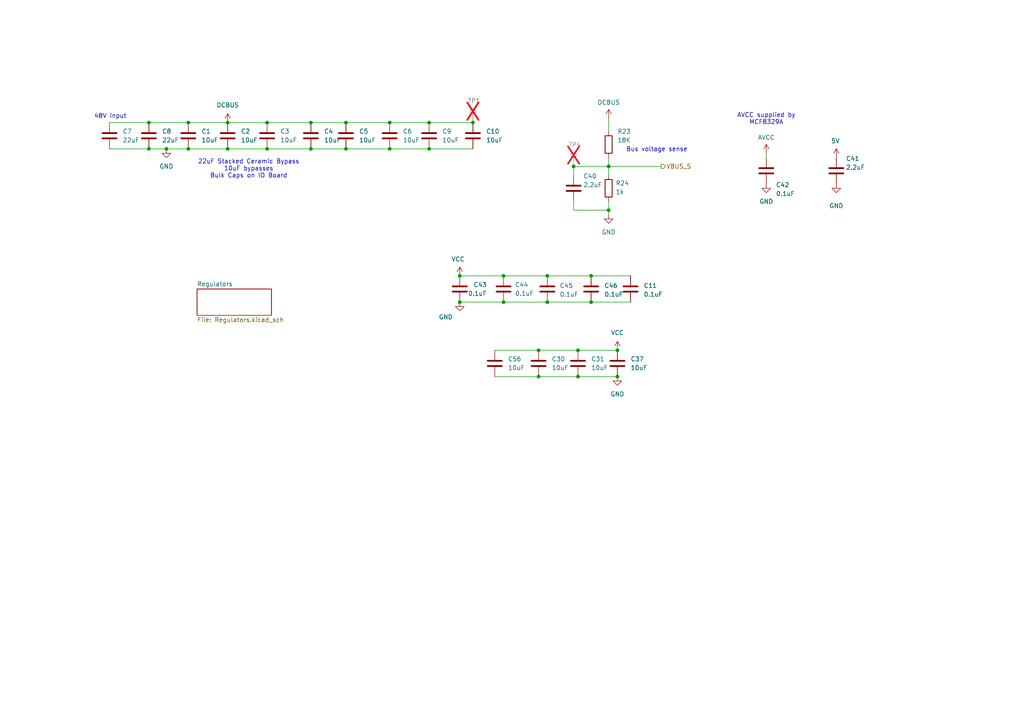
<source format=kicad_sch>
(kicad_sch (version 20231120) (generator "eeschema") (generator_version "8.0")
  (paper "A4")
  (lib_symbols
    (symbol "Connector:TestPoint" (pin_numbers hide) (pin_names (offset 0.762) hide)
      (property "Reference" "TP" (at 0 6.858 0))
      (property "Value" "TestPoint" (at 0 5.08 0))
      (symbol "TestPoint_0_1"
        (circle (center 0 3.302) (radius 0.762))
      )
      (symbol "TestPoint_1_1"
        (pin passive line (at 0 0 90) (length 2.54) (name "1") (number "1"))
      )
    )
    (symbol "Device:C" (pin_numbers hide) (pin_names (offset 0.254))
      (property "Reference" "C" (at 0.635 2.54 0))
      (property "Value" "C" (at 0.635 -2.54 0))
      (symbol "C_0_1"
        (polyline (pts (xy -2.032 -0.762) (xy 2.032 -0.762)) (stroke (width 0.508)))
        (polyline (pts (xy -2.032 0.762) (xy 2.032 0.762)) (stroke (width 0.508)))
      )
      (symbol "C_1_1"
        (pin passive line (at 0 3.81 270) (length 2.794) (name "~") (number "1"))
        (pin passive line (at 0 -3.81 90) (length 2.794) (name "~") (number "2"))
      )
    )
    (symbol "Device:R" (pin_numbers hide) (pin_names (offset 0))
      (property "Reference" "R" (at 2.032 0 90))
      (property "Value" "R" (at 0 0 90))
      (symbol "R_0_1"
        (rectangle (start -1.016 -2.54) (end 1.016 2.54) (stroke (width 0.254)))
      )
      (symbol "R_1_1"
        (pin passive line (at 0 3.81 270) (length 1.27) (name "~") (number "1"))
        (pin passive line (at 0 -3.81 90) (length 1.27) (name "~") (number "2"))
      )
    )
    (symbol "power:+3.3V" (power) (pin_numbers hide) (pin_names (offset 0) hide)
      (property "Value" "+3.3V" (at 0 3.556 0))
      (symbol "+3.3V_0_1"
        (polyline (pts (xy -0.762 1.27) (xy 0 2.54)))
        (polyline (pts (xy 0 0) (xy 0 2.54)))
        (polyline (pts (xy 0 2.54) (xy 0.762 1.27)))
      )
      (symbol "+3.3V_1_1"
        (pin power_in line (at 0 0 90) (length 0) (name "~") (number "1"))
      )
    )
    (symbol "power:+48V" (power) (pin_numbers hide) (pin_names (offset 0) hide)
      (property "Value" "+48V" (at 0 3.556 0))
      (symbol "+48V_0_1"
        (polyline (pts (xy -0.762 1.27) (xy 0 2.54)))
        (polyline (pts (xy 0 0) (xy 0 2.54)))
        (polyline (pts (xy 0 2.54) (xy 0.762 1.27)))
      )
      (symbol "+48V_1_1"
        (pin power_in line (at 0 0 90) (length 0) (name "~") (number "1"))
      )
    )
    (symbol "power:+5V" (power) (pin_numbers hide) (pin_names (offset 0) hide)
      (property "Value" "+5V" (at 0 3.556 0))
      (symbol "+5V_0_1"
        (polyline (pts (xy -0.762 1.27) (xy 0 2.54)))
        (polyline (pts (xy 0 0) (xy 0 2.54)))
        (polyline (pts (xy 0 2.54) (xy 0.762 1.27)))
      )
      (symbol "+5V_1_1"
        (pin power_in line (at 0 0 90) (length 0) (name "~") (number "1"))
      )
    )
    (symbol "power:GND" (power) (pin_numbers hide) (pin_names (offset 0) hide)
      (property "Value" "GND" (at 0 -3.81 0))
      (symbol "GND_0_1"
        (polyline (pts (xy 0 0) (xy 0 -1.27) (xy 1.27 -1.27) (xy 0 -2.54) (xy -1.27 -1.27) (xy 0 -1.27)))
      )
      (symbol "GND_1_1"
        (pin power_in line (at 0 0 270) (length 0) (name "~") (number "1"))
      )
    )
    (symbol "power:VCC" (power) (pin_numbers hide) (pin_names (offset 0) hide)
      (property "Value" "VCC" (at 0 3.556 0))
      (symbol "VCC_0_1"
        (polyline (pts (xy -0.762 1.27) (xy 0 2.54)))
        (polyline (pts (xy 0 0) (xy 0 2.54)))
        (polyline (pts (xy 0 2.54) (xy 0.762 1.27)))
      )
      (symbol "VCC_1_1"
        (pin power_in line (at 0 0 90) (length 0) (name "~") (number "1"))
      )
    )
  )
  (junction (at 158.75 87.63))
  (junction (at 176.53 60.96))
  (junction (at 146.05 80.01))
  (junction (at 158.75 80.01))
  (junction (at 43.18 35.56))
  (junction (at 66.04 43.18))
  (junction (at 133.35 87.63))
  (junction (at 166.37 48.26))
  (junction (at 133.35 80.01))
  (junction (at 54.61 35.56))
  (junction (at 100.33 35.56))
  (junction (at 90.17 35.56))
  (junction (at 156.21 109.22))
  (junction (at 146.05 87.63))
  (junction (at 137.16 35.56))
  (junction (at 167.64 101.6))
  (junction (at 156.21 101.6))
  (junction (at 43.18 43.18))
  (junction (at 179.07 101.6))
  (junction (at 176.53 48.26))
  (junction (at 124.46 43.18))
  (junction (at 100.33 43.18))
  (junction (at 48.26 43.18))
  (junction (at 171.45 87.63))
  (junction (at 77.47 43.18))
  (junction (at 113.03 35.56))
  (junction (at 179.07 109.22))
  (junction (at 54.61 43.18))
  (junction (at 66.04 35.56))
  (junction (at 90.17 43.18))
  (junction (at 124.46 35.56))
  (junction (at 113.03 43.18))
  (junction (at 77.47 35.56))
  (junction (at 167.64 109.22))
  (junction (at 171.45 80.01))
  (wire (pts (xy 90.17 43.18) (xy 100.33 43.18)))
  (wire (pts (xy 171.45 87.63) (xy 182.88 87.63)))
  (wire (pts (xy 176.53 48.26) (xy 176.53 50.8)))
  (wire (pts (xy 176.53 34.29) (xy 176.53 38.1)))
  (wire (pts (xy 167.64 101.6) (xy 179.07 101.6)))
  (wire (pts (xy 124.46 43.18) (xy 137.16 43.18)))
  (wire (pts (xy 77.47 35.56) (xy 90.17 35.56)))
  (wire (pts (xy 176.53 60.96) (xy 176.53 62.23)))
  (wire (pts (xy 167.64 109.22) (xy 179.07 109.22)))
  (wire (pts (xy 143.51 101.6) (xy 156.21 101.6)))
  (wire (pts (xy 124.46 35.56) (xy 137.16 35.56)))
  (wire (pts (xy 176.53 60.96) (xy 166.37 60.96)))
  (wire (pts (xy 31.75 35.56) (xy 43.18 35.56)))
  (wire (pts (xy 146.05 80.01) (xy 158.75 80.01)))
  (wire (pts (xy 100.33 35.56) (xy 113.03 35.56)))
  (wire (pts (xy 176.53 45.72) (xy 176.53 48.26)))
  (wire (pts (xy 43.18 43.18) (xy 48.26 43.18)))
  (wire (pts (xy 158.75 80.01) (xy 171.45 80.01)))
  (wire (pts (xy 100.33 43.18) (xy 113.03 43.18)))
  (wire (pts (xy 54.61 43.18) (xy 66.04 43.18)))
  (wire (pts (xy 48.26 43.18) (xy 54.61 43.18)))
  (wire (pts (xy 222.25 44.45) (xy 222.25 45.72)))
  (wire (pts (xy 66.04 43.18) (xy 77.47 43.18)))
  (wire (pts (xy 54.61 35.56) (xy 66.04 35.56)))
  (wire (pts (xy 156.21 109.22) (xy 167.64 109.22)))
  (wire (pts (xy 156.21 101.6) (xy 167.64 101.6)))
  (wire (pts (xy 113.03 43.18) (xy 124.46 43.18)))
  (wire (pts (xy 133.35 80.01) (xy 146.05 80.01)))
  (wire (pts (xy 77.47 43.18) (xy 90.17 43.18)))
  (wire (pts (xy 43.18 35.56) (xy 54.61 35.56)))
  (wire (pts (xy 166.37 48.26) (xy 176.53 48.26)))
  (wire (pts (xy 176.53 58.42) (xy 176.53 60.96)))
  (wire (pts (xy 166.37 50.8) (xy 166.37 48.26)))
  (wire (pts (xy 176.53 48.26) (xy 191.77 48.26)))
  (wire (pts (xy 143.51 109.22) (xy 156.21 109.22)))
  (wire (pts (xy 31.75 43.18) (xy 43.18 43.18)))
  (wire (pts (xy 90.17 35.56) (xy 100.33 35.56)))
  (wire (pts (xy 146.05 87.63) (xy 158.75 87.63)))
  (wire (pts (xy 171.45 80.01) (xy 182.88 80.01)))
  (wire (pts (xy 113.03 35.56) (xy 124.46 35.56)))
  (wire (pts (xy 166.37 60.96) (xy 166.37 58.42)))
  (wire (pts (xy 66.04 35.56) (xy 77.47 35.56)))
  (wire (pts (xy 158.75 87.63) (xy 171.45 87.63)))
  (wire (pts (xy 133.35 87.63) (xy 146.05 87.63)))
  (text "22uF Stacked Ceramic Bypass\n10uF bypasses\nBulk Caps on IO Board" (at 72.136 49.022 0) (effects (font (size 1.27 1.27))))
  (text "48V input" (at 32.004 33.782 0) (effects (font (size 1.27 1.27))))
  (text "Bus voltage sense" (at 190.5 43.434 0) (effects (font (size 1.27 1.27))))
  (text "AVCC supplied by\nMCF8329A" (at 222.25 34.544 0) (effects (font (size 1.27 1.27))))
  (hierarchical_label "VBUS_S" (shape output) (at 191.77 48.26 0))
  (symbol (lib_id "Device:C") (at 77.47 39.37 0) (unit 1)
    (property "Reference" "C3" (at 81.28 38.0999 0) (effects (justify left)))
    (property "Value" "10uF" (at 81.28 40.6399 0) (effects (justify left)))
    (property "Footprint" "Capacitor_SMD:C_2220_5750Metric" (effects (hide yes)))
    (property "Description" "Unpolarized capacitor" (effects (hide yes)))
    (property "LCSC Part #" "C153035" (effects (hide yes)))
    (property "LCSC Part #" " C153035" (effects (hide yes)))
  )
  (symbol (lib_id "Device:C") (at 222.25 49.53 0) (unit 1)
    (property "Reference" "C42" (at 225.044 54.356 0) (effects (justify left bottom)))
    (property "Value" "${CAPACITANCE}" (at 225.044 56.896 0) (effects (justify left bottom)))
    (property "Footprint" "Capacitor_SMD:C_0603_1608Metric" (effects (hide yes)))
    (property "Description" "CAP CER 0.1UF 50V X7R 0603" (effects (hide yes)))
    (property "SUPPLIER 1" "Digi-Key" (effects (hide yes)))
    (property "SUPPLIER PART NUMBER 1" "490-1519-2-ND" (effects (hide yes)))
    (property "MANUFACTURER" "Murata Electronics North America" (effects (hide yes)))
    (property "MANUFACTURER PART NUMBER" "GRM188R71H104KA93D" (effects (hide yes)))
    (property "ROHS" "RoHS Compliant" (effects (hide yes)))
    (property "CATEGORY" "Capacitors" (effects (hide yes)))
    (property "PRICING 1" "4000=0.01822, 8000=0.01663, 12000=0.01584 (USD)" (effects (hide yes)))
    (property "PACKAGING" "Tape & Reel (TR)" (effects (hide yes)))
    (property "CAPACITANCE" "0.1uF" (effects (hide yes)))
    (property "TOLERANCE" "±10%" (effects (hide yes)))
    (property "VOLTAGE - RATED" "50V" (effects (hide yes)))
    (property "TEMPERATURE COEFFICIENT" "X7R" (effects (hide yes)))
    (property "MOUNTING TYPE" "Surface Mount, MLCC" (effects (hide yes)))
    (property "OPERATING TEMPERATURE" "-55°C ~ 125°C" (effects (hide yes)))
    (property "APPLICATIONS" "General Purpose" (effects (hide yes)))
    (property "RATINGS" "-" (effects (hide yes)))
    (property "PACKAGE / CASE" "0603 (1608 Metric)" (effects (hide yes)))
    (property "SIZE / DIMENSION" "0.063\" L x 0.032\" W (1.60mm x 0.80mm)" (effects (hide yes)))
    (property "HEIGHT - SEATED (MAX)" "-" (effects (hide yes)))
    (property "THICKNESS (MAX)" "0.035\" (0.90mm)" (effects (hide yes)))
    (property "LEAD SPACING" "-" (effects (hide yes)))
    (property "FEATURES" "-" (effects (hide yes)))
    (property "LEAD STYLE" "-" (effects (hide yes)))
    (property "COMPONENTLINK1URL" "http://www.murata.com/~/media/webrenewal/support/library/catalog/products/capacitor/mlcc/c02e.ashx?la=en-us" (effects (hide yes)))
    (property "COMPONENTLINK1DESCRIPTION" "http://www.murata.com/~/media/webrenewal/support/library/catalog/products/capacitor/mlcc/c02e.ashx?la=en-us" (effects (hide yes)))
    (property "STOCK" "19812000" (effects (hide yes)))
    (property "PART STATUS" "Active" (effects (hide yes)))
    (property "SUPPLIER 2" "Digi-Key" (effects (hide yes)))
    (property "SUPPLIER PART NUMBER 2" "490-1519-1-ND" (effects (hide yes)))
    (property "PRICING 2" "1=0.12, 10=0.084, 100=0.0396, 500=0.02778, 1000=0.023 (USD)" (effects (hide yes)))
    (property "LCSC Part #" "C14663" (effects (hide yes)))
  )
  (symbol (lib_id "Device:C") (at 166.37 54.61 0) (unit 1)
    (property "Reference" "C40" (at 169.164 51.816 0) (effects (justify left bottom)))
    (property "Value" "2.2uF" (at 169.164 54.356 0) (effects (justify left bottom)))
    (property "Footprint" "Capacitor_SMD:C_0603_1608Metric" (effects (hide yes)))
    (property "Description" "CAP CER 2.2UF 16V X5R 0603" (effects (hide yes)))
    (property "SUPPLIER 1" "Digi-Key" (effects (hide yes)))
    (property "SUPPLIER PART NUMBER 1" "490-3296-1-ND" (effects (hide yes)))
    (property "MANUFACTURER" "Murata Electronics North America" (effects (hide yes)))
    (property "MANUFACTURER PART NUMBER" "GRM188R61C225KE15D" (effects (hide yes)))
    (property "ROHS" "RoHS Compliant" (effects (hide yes)))
    (property "CATEGORY" "Capacitors" (effects (hide yes)))
    (property "STOCK 1" "1255740" (effects (hide yes)))
    (property "PRICING 1" "1=0.12, 10=0.08, 50=0.046, 100=0.038, 250=0.032, 500=0.0268, 1000=0.022 (USD)" (effects (hide yes)))
    (property "PACKAGING" "Cut Tape (CT)" (effects (hide yes)))
    (property "CAPACITANCE" "2.2µF" (effects (hide yes)))
    (property "TOLERANCE" "±10%" (effects (hide yes)))
    (property "VOLTAGE - RATED" "16V" (effects (hide yes)))
    (property "TEMPERATURE COEFFICIENT" "X5R" (effects (hide yes)))
    (property "MOUNTING TYPE" "Surface Mount, MLCC" (effects (hide yes)))
    (property "OPERATING TEMPERATURE" "-55°C ~ 85°C" (effects (hide yes)))
    (property "APPLICATIONS" "General Purpose" (effects (hide yes)))
    (property "RATINGS" "-" (effects (hide yes)))
    (property "PACKAGE / CASE" "0603 (1608 Metric)" (effects (hide yes)))
    (property "SIZE / DIMENSION" "0.063\" L x 0.031\" W (1.60mm x 0.80mm)" (effects (hide yes)))
    (property "HEIGHT - SEATED (MAX)" "-" (effects (hide yes)))
    (property "THICKNESS (MAX)" "0.035\" (0.90mm)" (effects (hide yes)))
    (property "LEAD SPACING" "-" (effects (hide yes)))
    (property "FEATURES" "-" (effects (hide yes)))
    (property "LEAD STYLE" "-" (effects (hide yes)))
    (property "COMPONENTLINK1URL" "http://www.murata.com/~/media/webrenewal/support/library/catalog/products/capacitor/mlcc/c02e.pdf" (effects (hide yes)))
    (property "COMPONENTLINK1DESCRIPTION" "http://www.murata.com/~/media/webrenewal/support/library/catalog/products/capacitor/mlcc/c02e.pdf" (effects (hide yes)))
    (property "LCSC Part #" "C77183" (effects (hide yes)))
  )
  (symbol (lib_id "Device:C") (at 137.16 39.37 0) (unit 1)
    (property "Reference" "C10" (at 140.97 38.0999 0) (effects (justify left)))
    (property "Value" "10uF" (at 140.97 40.6399 0) (effects (justify left)))
    (property "Footprint" "Capacitor_SMD:C_2220_5750Metric" (effects (hide yes)))
    (property "Description" "Unpolarized capacitor" (effects (hide yes)))
    (property "LCSC Part #" "C153035" (effects (hide yes)))
    (property "LCSC Part #" " C153035" (effects (hide yes)))
  )
  (symbol (lib_id "Device:C") (at 43.18 39.37 0) (unit 1)
    (property "Reference" "C8" (at 46.99 38.0999 0) (effects (justify left)))
    (property "Value" "22uF" (at 46.99 40.6399 0) (effects (justify left)))
    (property "Footprint" "Capacitor_SMD:C_2220_5750Metric" (effects (hide yes)))
    (property "Description" "Unpolarized capacitor" (effects (hide yes)))
    (property "LCSC Part #" " C1921234" (effects (hide yes)))
    (property "LCSC Part #" " C1921234" (effects (hide yes)))
  )
  (symbol (lib_id "power:+3.3V") (at 179.07 101.6 0) (unit 1)
    (property "Reference" "#PWR098" (effects (hide yes)))
    (property "Value" "VCC" (at 179.07 96.52 0))
    (property "Description" "Power symbol creates a global label with name \"+3.3V\"" (effects (hide yes)))
  )
  (symbol (lib_id "Device:C") (at 113.03 39.37 0) (unit 1)
    (property "Reference" "C6" (at 116.84 38.0999 0) (effects (justify left)))
    (property "Value" "10uF" (at 116.84 40.6399 0) (effects (justify left)))
    (property "Footprint" "Capacitor_SMD:C_2220_5750Metric" (effects (hide yes)))
    (property "Description" "Unpolarized capacitor" (effects (hide yes)))
    (property "LCSC Part #" "C153035" (effects (hide yes)))
    (property "LCSC Part #" " C153035" (effects (hide yes)))
  )
  (symbol (lib_id "Device:C") (at 54.61 39.37 0) (unit 1)
    (property "Reference" "C1" (at 58.42 38.0999 0) (effects (justify left)))
    (property "Value" "10uF" (at 58.42 40.6399 0) (effects (justify left)))
    (property "Footprint" "Capacitor_SMD:C_2220_5750Metric" (effects (hide yes)))
    (property "Description" "Unpolarized capacitor" (effects (hide yes)))
    (property "LCSC Part #" "C153035" (effects (hide yes)))
    (property "LCSC Part #" " C153035" (effects (hide yes)))
  )
  (symbol (lib_id "Device:R") (at 176.53 41.91 0) (unit 1)
    (property "Reference" "R23" (at 179.07 38.862 0) (effects (justify left bottom)))
    (property "Value" "18K" (at 179.07 41.402 0) (effects (justify left bottom)))
    (property "Footprint" "Resistor_SMD:R_0603_1608Metric" (effects (hide yes)))
    (property "Description" "RES SMD 10K OHM 1% 1/10W 0603" (effects (hide yes)))
    (property "SUPPLIER 1" "Digi-Key" (effects (hide yes)))
    (property "SUPPLIER PART NUMBER 1" "311-10.0KHRCT-ND" (effects (hide yes)))
    (property "MANUFACTURER" "Yageo" (effects (hide yes)))
    (property "MANUFACTURER PART NUMBER" "RC0603FR-0710KL" (effects (hide yes)))
    (property "ROHS" "RoHS Compliant" (effects (hide yes)))
    (property "CATEGORY" "Resistors" (effects (hide yes)))
    (property "STOCK 1" "13504930" (effects (hide yes)))
    (property "PRICING 1" "1=0.1, 10=0.014, 25=0.01, 100=0.0057, 250=0.00436, 500=0.00348, 1000=0.00257, 2500=0.00223 (USD)" (effects (hide yes)))
    (property "PACKAGING" "Cut Tape (CT)" (effects (hide yes)))
    (property "RESISTANCE (OHMS)" "10k" (effects (hide yes)))
    (property "TOLERANCE" "±1%" (effects (hide yes)))
    (property "POWER (WATTS)" "0.1W, 1/10W" (effects (hide yes)))
    (property "COMPOSITION" "Thick Film" (effects (hide yes)))
    (property "FEATURES" "Moisture Resistant" (effects (hide yes)))
    (property "TEMPERATURE COEFFICIENT" "±100ppm/°C" (effects (hide yes)))
    (property "OPERATING TEMPERATURE" "-55°C ~ 155°C" (effects (hide yes)))
    (property "PACKAGE / CASE" "0603 (1608 Metric)" (effects (hide yes)))
    (property "SUPPLIER DEVICE PACKAGE" "0603" (effects (hide yes)))
    (property "SIZE / DIMENSION" "0.063\" L x 0.031\" W (1.60mm x 0.80mm)" (effects (hide yes)))
    (property "HEIGHT" "0.022\" (0.55mm)" (effects (hide yes)))
    (property "NUMBER OF TERMINATIONS" "2" (effects (hide yes)))
    (property "COMPONENTLINK1URL" "http://www.yageo.com/documents/recent/PYu-RC_Group_51_RoHS_L_04.pdf" (effects (hide yes)))
    (property "COMPONENTLINK1DESCRIPTION" "http://www.yageo.com/documents/recent/PYu-RC_Group_51_RoHS_L_04.pdf" (effects (hide yes)))
    (property "LCSC Part #" " C98220" (effects (hide yes)))
  )
  (symbol (lib_id "Device:C") (at 124.46 39.37 0) (unit 1)
    (property "Reference" "C9" (at 128.27 38.0999 0) (effects (justify left)))
    (property "Value" "10uF" (at 128.27 40.6399 0) (effects (justify left)))
    (property "Footprint" "Capacitor_SMD:C_2220_5750Metric" (effects (hide yes)))
    (property "Description" "Unpolarized capacitor" (effects (hide yes)))
    (property "LCSC Part #" "C153035" (effects (hide yes)))
    (property "LCSC Part #" " C153035" (effects (hide yes)))
  )
  (symbol (lib_id "power:+48V") (at 66.04 35.56 0) (unit 1)
    (property "Reference" "#PWR01" (effects (hide yes)))
    (property "Value" "DCBUS" (at 66.04 30.48 0))
    (property "Description" "Power symbol creates a global label with name \"+48V\"" (effects (hide yes)))
  )
  (symbol (lib_id "power:+5V") (at 242.57 45.72 0) (unit 1)
    (property "Reference" "#PWR048" (effects (hide yes)))
    (property "Value" "5V" (at 242.316 40.894 0))
  )
  (symbol (lib_id "Device:C") (at 182.88 83.82 0) (unit 1)
    (property "Reference" "C11" (at 186.69 83.566 0) (effects (justify left bottom)))
    (property "Value" "${CAPACITANCE}" (at 186.69 86.106 0) (effects (justify left bottom)))
    (property "Footprint" "Capacitor_SMD:C_0603_1608Metric" (effects (hide yes)))
    (property "Description" "CAP CER 0.1UF 50V X7R 0603" (effects (hide yes)))
    (property "SUPPLIER 1" "Digi-Key" (effects (hide yes)))
    (property "SUPPLIER PART NUMBER 1" "490-1519-2-ND" (effects (hide yes)))
    (property "MANUFACTURER" "Murata Electronics North America" (effects (hide yes)))
    (property "MANUFACTURER PART NUMBER" "GRM188R71H104KA93D" (effects (hide yes)))
    (property "ROHS" "RoHS Compliant" (effects (hide yes)))
    (property "CATEGORY" "Capacitors" (effects (hide yes)))
    (property "PRICING 1" "4000=0.01822, 8000=0.01663, 12000=0.01584 (USD)" (effects (hide yes)))
    (property "PACKAGING" "Tape & Reel (TR)" (effects (hide yes)))
    (property "CAPACITANCE" "0.1uF" (effects (hide yes)))
    (property "TOLERANCE" "±10%" (effects (hide yes)))
    (property "VOLTAGE - RATED" "50V" (effects (hide yes)))
    (property "TEMPERATURE COEFFICIENT" "X7R" (effects (hide yes)))
    (property "MOUNTING TYPE" "Surface Mount, MLCC" (effects (hide yes)))
    (property "OPERATING TEMPERATURE" "-55°C ~ 125°C" (effects (hide yes)))
    (property "APPLICATIONS" "General Purpose" (effects (hide yes)))
    (property "RATINGS" "-" (effects (hide yes)))
    (property "PACKAGE / CASE" "0603 (1608 Metric)" (effects (hide yes)))
    (property "SIZE / DIMENSION" "0.063\" L x 0.032\" W (1.60mm x 0.80mm)" (effects (hide yes)))
    (property "HEIGHT - SEATED (MAX)" "-" (effects (hide yes)))
    (property "THICKNESS (MAX)" "0.035\" (0.90mm)" (effects (hide yes)))
    (property "LEAD SPACING" "-" (effects (hide yes)))
    (property "FEATURES" "-" (effects (hide yes)))
    (property "LEAD STYLE" "-" (effects (hide yes)))
    (property "COMPONENTLINK1URL" "http://www.murata.com/~/media/webrenewal/support/library/catalog/products/capacitor/mlcc/c02e.ashx?la=en-us" (effects (hide yes)))
    (property "COMPONENTLINK1DESCRIPTION" "http://www.murata.com/~/media/webrenewal/support/library/catalog/products/capacitor/mlcc/c02e.ashx?la=en-us" (effects (hide yes)))
    (property "STOCK" "19812000" (effects (hide yes)))
    (property "PART STATUS" "Active" (effects (hide yes)))
    (property "SUPPLIER 2" "Digi-Key" (effects (hide yes)))
    (property "SUPPLIER PART NUMBER 2" "490-1519-1-ND" (effects (hide yes)))
    (property "PRICING 2" "1=0.12, 10=0.084, 100=0.0396, 500=0.02778, 1000=0.023 (USD)" (effects (hide yes)))
    (property "LCSC Part #" "C77055" (effects (hide yes)))
  )
  (symbol (lib_id "Connector:TestPoint") (at 166.37 48.26 0) (unit 1) (dnp yes)
    (property "Reference" "TP4" (at 164.846 42.672 0) (effects (justify left bottom)))
    (property "Value" "TESTPOINT" (effects (hide yes)))
    (property "Footprint" "TestPoint:TestPoint_Pad_1.0x1.0mm" (effects (hide yes)))
    (property "Description" "SMD test pin" (effects (hide yes)))
  )
  (symbol (lib_id "power:GND") (at 179.07 109.22 0) (unit 1)
    (property "Reference" "#PWR099" (effects (hide yes)))
    (property "Value" "GND" (at 179.07 114.3 0))
    (property "Description" "Power symbol creates a global label with name \"GND\" , ground" (effects (hide yes)))
  )
  (symbol (lib_id "power:GND") (at 176.53 62.23 0) (unit 1)
    (property "Reference" "#PWR047" (effects (hide yes)))
    (property "Value" "GND" (at 176.53 67.31 0))
    (property "Description" "Power symbol creates a global label with name \"GND\" , ground" (effects (hide yes)))
  )
  (symbol (lib_id "power:VCC") (at 133.35 80.01 0) (unit 1)
    (property "Reference" "#PWR053" (effects (hide yes)))
    (property "Value" "VCC" (at 132.842 75.184 0))
  )
  (symbol (lib_id "Device:C") (at 90.17 39.37 0) (unit 1)
    (property "Reference" "C4" (at 93.98 38.0999 0) (effects (justify left)))
    (property "Value" "10uF" (at 93.98 40.6399 0) (effects (justify left)))
    (property "Footprint" "Capacitor_SMD:C_2220_5750Metric" (effects (hide yes)))
    (property "Description" "Unpolarized capacitor" (effects (hide yes)))
    (property "LCSC Part #" "C153035" (effects (hide yes)))
    (property "LCSC Part #" " C153035" (effects (hide yes)))
  )
  (symbol (lib_id "Device:C") (at 31.75 39.37 0) (unit 1)
    (property "Reference" "C7" (at 35.56 38.0999 0) (effects (justify left)))
    (property "Value" "22uF" (at 35.56 40.6399 0) (effects (justify left)))
    (property "Footprint" "Capacitor_SMD:C_2220_5750Metric" (effects (hide yes)))
    (property "Description" "Unpolarized capacitor" (effects (hide yes)))
    (property "LCSC Part #" " C1921234" (effects (hide yes)))
    (property "LCSC Part #" " C1921234" (effects (hide yes)))
  )
  (symbol (lib_id "power:GND") (at 48.26 43.18 0) (unit 1)
    (property "Reference" "#PWR02" (effects (hide yes)))
    (property "Value" "GND" (at 48.26 48.26 0))
    (property "Description" "Power symbol creates a global label with name \"GND\" , ground" (effects (hide yes)))
  )
  (symbol (lib_id "Device:R") (at 176.53 54.61 0) (unit 1)
    (property "Reference" "R24" (at 178.562 53.848 0) (effects (justify left bottom)))
    (property "Value" "1k" (at 178.562 56.388 0) (effects (justify left bottom)))
    (property "Footprint" "Resistor_SMD:R_0603_1608Metric" (effects (hide yes)))
    (property "Description" "RES SMD 1K OHM 1% 1/10W 0603" (effects (hide yes)))
    (property "SUPPLIER 1" "Digi-Key" (effects (hide yes)))
    (property "SUPPLIER PART NUMBER 1" "311-1.00KHRCT-ND" (effects (hide yes)))
    (property "MANUFACTURER" "Yageo" (effects (hide yes)))
    (property "ROHS" "RoHS Compliant" (effects (hide yes)))
    (property "CATEGORY" "Resistors" (effects (hide yes)))
    (property "STOCK 1" "6734836" (effects (hide yes)))
    (property "PRICING 1" "1=0.1, 10=0.014, 25=0.01, 100=0.0057, 250=0.00436, 500=0.00348, 1000=0.00257, 2500=0.00223 (USD)" (effects (hide yes)))
    (property "PACKAGING" "Cut Tape (CT)" (effects (hide yes)))
    (property "TOLERANCE" "±1%" (effects (hide yes)))
    (property "POWER (WATTS)" "0.1W, 1/10W" (effects (hide yes)))
    (property "COMPOSITION" "Thick Film" (effects (hide yes)))
    (property "FEATURES" "Moisture Resistant" (effects (hide yes)))
    (property "TEMPERATURE COEFFICIENT" "±100ppm/°C" (effects (hide yes)))
    (property "OPERATING TEMPERATURE" "-55°C ~ 155°C" (effects (hide yes)))
    (property "PACKAGE / CASE" "0603 (1608 Metric)" (effects (hide yes)))
    (property "SUPPLIER DEVICE PACKAGE" "0603" (effects (hide yes)))
    (property "SIZE / DIMENSION" "0.063\" L x 0.031\" W (1.60mm x 0.80mm)" (effects (hide yes)))
    (property "HEIGHT" "0.022\" (0.55mm)" (effects (hide yes)))
    (property "NUMBER OF TERMINATIONS" "2" (effects (hide yes)))
    (property "COMPONENTLINK1URL" "http://www.yageo.com/documents/recent/PYu-RC_Group_51_RoHS_L_04.pdf" (effects (hide yes)))
    (property "COMPONENTLINK1DESCRIPTION" "http://www.yageo.com/documents/recent/PYu-RC_Group_51_RoHS_L_04.pdf" (effects (hide yes)))
    (property "MANUFACTURER PART NUMBER" "RC0603FR-071KL" (effects (hide yes)))
    (property "RESISTANCE (OHMS)" "1k" (effects (hide yes)))
    (property "LCSC Part #" "C22548" (effects (hide yes)))
  )
  (symbol (lib_id "Device:C") (at 100.33 39.37 0) (unit 1)
    (property "Reference" "C5" (at 104.14 38.0999 0) (effects (justify left)))
    (property "Value" "10uF" (at 104.14 40.6399 0) (effects (justify left)))
    (property "Footprint" "Capacitor_SMD:C_2220_5750Metric" (effects (hide yes)))
    (property "Description" "Unpolarized capacitor" (effects (hide yes)))
    (property "LCSC Part #" "C153035" (effects (hide yes)))
    (property "LCSC Part #" " C153035" (effects (hide yes)))
  )
  (symbol (lib_id "Device:C") (at 146.05 83.82 0) (unit 1)
    (property "Reference" "C44" (at 149.352 83.312 0) (effects (justify left bottom)))
    (property "Value" "${CAPACITANCE}" (at 149.352 85.852 0) (effects (justify left bottom)))
    (property "Footprint" "Capacitor_SMD:C_0603_1608Metric" (effects (hide yes)))
    (property "Description" "CAP CER 0.1UF 50V X7R 0603" (effects (hide yes)))
    (property "SUPPLIER 1" "Digi-Key" (effects (hide yes)))
    (property "SUPPLIER PART NUMBER 1" "490-1519-2-ND" (effects (hide yes)))
    (property "MANUFACTURER" "Murata Electronics North America" (effects (hide yes)))
    (property "MANUFACTURER PART NUMBER" "GRM188R71H104KA93D" (effects (hide yes)))
    (property "ROHS" "RoHS Compliant" (effects (hide yes)))
    (property "CATEGORY" "Capacitors" (effects (hide yes)))
    (property "PRICING 1" "4000=0.01822, 8000=0.01663, 12000=0.01584 (USD)" (effects (hide yes)))
    (property "PACKAGING" "Tape & Reel (TR)" (effects (hide yes)))
    (property "CAPACITANCE" "0.1uF" (effects (hide yes)))
    (property "TOLERANCE" "±10%" (effects (hide yes)))
    (property "VOLTAGE - RATED" "50V" (effects (hide yes)))
    (property "TEMPERATURE COEFFICIENT" "X7R" (effects (hide yes)))
    (property "MOUNTING TYPE" "Surface Mount, MLCC" (effects (hide yes)))
    (property "OPERATING TEMPERATURE" "-55°C ~ 125°C" (effects (hide yes)))
    (property "APPLICATIONS" "General Purpose" (effects (hide yes)))
    (property "RATINGS" "-" (effects (hide yes)))
    (property "PACKAGE / CASE" "0603 (1608 Metric)" (effects (hide yes)))
    (property "SIZE / DIMENSION" "0.063\" L x 0.032\" W (1.60mm x 0.80mm)" (effects (hide yes)))
    (property "HEIGHT - SEATED (MAX)" "-" (effects (hide yes)))
    (property "THICKNESS (MAX)" "0.035\" (0.90mm)" (effects (hide yes)))
    (property "LEAD SPACING" "-" (effects (hide yes)))
    (property "FEATURES" "-" (effects (hide yes)))
    (property "LEAD STYLE" "-" (effects (hide yes)))
    (property "COMPONENTLINK1URL" "http://www.murata.com/~/media/webrenewal/support/library/catalog/products/capacitor/mlcc/c02e.ashx?la=en-us" (effects (hide yes)))
    (property "COMPONENTLINK1DESCRIPTION" "http://www.murata.com/~/media/webrenewal/support/library/catalog/products/capacitor/mlcc/c02e.ashx?la=en-us" (effects (hide yes)))
    (property "STOCK" "19812000" (effects (hide yes)))
    (property "PART STATUS" "Active" (effects (hide yes)))
    (property "SUPPLIER 2" "Digi-Key" (effects (hide yes)))
    (property "SUPPLIER PART NUMBER 2" "490-1519-1-ND" (effects (hide yes)))
    (property "PRICING 2" "1=0.12, 10=0.084, 100=0.0396, 500=0.02778, 1000=0.023 (USD)" (effects (hide yes)))
    (property "LCSC Part #" "C77055" (effects (hide yes)))
  )
  (symbol (lib_id "Device:C") (at 242.57 49.53 0) (unit 1)
    (property "Reference" "C41" (at 245.364 46.736 0) (effects (justify left bottom)))
    (property "Value" "2.2uF" (at 245.364 49.276 0) (effects (justify left bottom)))
    (property "Footprint" "Capacitor_SMD:C_0603_1608Metric" (effects (hide yes)))
    (property "Description" "CAP CER 2.2UF 16V X5R 0603" (effects (hide yes)))
    (property "SUPPLIER 1" "Digi-Key" (effects (hide yes)))
    (property "SUPPLIER PART NUMBER 1" "490-3296-1-ND" (effects (hide yes)))
    (property "MANUFACTURER" "Murata Electronics North America" (effects (hide yes)))
    (property "MANUFACTURER PART NUMBER" "GRM188R61C225KE15D" (effects (hide yes)))
    (property "ROHS" "RoHS Compliant" (effects (hide yes)))
    (property "CATEGORY" "Capacitors" (effects (hide yes)))
    (property "STOCK 1" "1255740" (effects (hide yes)))
    (property "PRICING 1" "1=0.12, 10=0.08, 50=0.046, 100=0.038, 250=0.032, 500=0.0268, 1000=0.022 (USD)" (effects (hide yes)))
    (property "PACKAGING" "Cut Tape (CT)" (effects (hide yes)))
    (property "CAPACITANCE" "2.2µF" (effects (hide yes)))
    (property "TOLERANCE" "±10%" (effects (hide yes)))
    (property "VOLTAGE - RATED" "16V" (effects (hide yes)))
    (property "TEMPERATURE COEFFICIENT" "X5R" (effects (hide yes)))
    (property "MOUNTING TYPE" "Surface Mount, MLCC" (effects (hide yes)))
    (property "OPERATING TEMPERATURE" "-55°C ~ 85°C" (effects (hide yes)))
    (property "APPLICATIONS" "General Purpose" (effects (hide yes)))
    (property "RATINGS" "-" (effects (hide yes)))
    (property "PACKAGE / CASE" "0603 (1608 Metric)" (effects (hide yes)))
    (property "SIZE / DIMENSION" "0.063\" L x 0.031\" W (1.60mm x 0.80mm)" (effects (hide yes)))
    (property "HEIGHT - SEATED (MAX)" "-" (effects (hide yes)))
    (property "THICKNESS (MAX)" "0.035\" (0.90mm)" (effects (hide yes)))
    (property "LEAD SPACING" "-" (effects (hide yes)))
    (property "FEATURES" "-" (effects (hide yes)))
    (property "LEAD STYLE" "-" (effects (hide yes)))
    (property "COMPONENTLINK1URL" "http://www.murata.com/~/media/webrenewal/support/library/catalog/products/capacitor/mlcc/c02e.pdf" (effects (hide yes)))
    (property "COMPONENTLINK1DESCRIPTION" "http://www.murata.com/~/media/webrenewal/support/library/catalog/products/capacitor/mlcc/c02e.pdf" (effects (hide yes)))
    (property "LCSC Part #" "C77183" (effects (hide yes)))
  )
  (symbol (lib_id "Device:C") (at 133.35 83.82 0) (mirror y) (unit 1)
    (property "Reference" "C43" (at 141.224 83.312 0) (effects (justify left bottom)))
    (property "Value" "${CAPACITANCE}" (at 141.224 85.852 0) (effects (justify left bottom)))
    (property "Footprint" "Capacitor_SMD:C_0603_1608Metric" (effects (hide yes)))
    (property "Description" "CAP CER 0.1UF 50V X7R 0603" (effects (hide yes)))
    (property "SUPPLIER 1" "Digi-Key" (effects (hide yes)))
    (property "SUPPLIER PART NUMBER 1" "490-1519-2-ND" (effects (hide yes)))
    (property "MANUFACTURER" "Murata Electronics North America" (effects (hide yes)))
    (property "MANUFACTURER PART NUMBER" "GRM188R71H104KA93D" (effects (hide yes)))
    (property "ROHS" "RoHS Compliant" (effects (hide yes)))
    (property "CATEGORY" "Capacitors" (effects (hide yes)))
    (property "PRICING 1" "4000=0.01822, 8000=0.01663, 12000=0.01584 (USD)" (effects (hide yes)))
    (property "PACKAGING" "Tape & Reel (TR)" (effects (hide yes)))
    (property "CAPACITANCE" "0.1uF" (effects (hide yes)))
    (property "TOLERANCE" "±10%" (effects (hide yes)))
    (property "VOLTAGE - RATED" "50V" (effects (hide yes)))
    (property "TEMPERATURE COEFFICIENT" "X7R" (effects (hide yes)))
    (property "MOUNTING TYPE" "Surface Mount, MLCC" (effects (hide yes)))
    (property "OPERATING TEMPERATURE" "-55°C ~ 125°C" (effects (hide yes)))
    (property "APPLICATIONS" "General Purpose" (effects (hide yes)))
    (property "RATINGS" "-" (effects (hide yes)))
    (property "PACKAGE / CASE" "0603 (1608 Metric)" (effects (hide yes)))
    (property "SIZE / DIMENSION" "0.063\" L x 0.032\" W (1.60mm x 0.80mm)" (effects (hide yes)))
    (property "HEIGHT - SEATED (MAX)" "-" (effects (hide yes)))
    (property "THICKNESS (MAX)" "0.035\" (0.90mm)" (effects (hide yes)))
    (property "LEAD SPACING" "-" (effects (hide yes)))
    (property "FEATURES" "-" (effects (hide yes)))
    (property "LEAD STYLE" "-" (effects (hide yes)))
    (property "COMPONENTLINK1URL" "http://www.murata.com/~/media/webrenewal/support/library/catalog/products/capacitor/mlcc/c02e.ashx?la=en-us" (effects (hide yes)))
    (property "COMPONENTLINK1DESCRIPTION" "http://www.murata.com/~/media/webrenewal/support/library/catalog/products/capacitor/mlcc/c02e.ashx?la=en-us" (effects (hide yes)))
    (property "STOCK" "19812000" (effects (hide yes)))
    (property "PART STATUS" "Active" (effects (hide yes)))
    (property "SUPPLIER 2" "Digi-Key" (effects (hide yes)))
    (property "SUPPLIER PART NUMBER 2" "490-1519-1-ND" (effects (hide yes)))
    (property "PRICING 2" "1=0.12, 10=0.084, 100=0.0396, 500=0.02778, 1000=0.023 (USD)" (effects (hide yes)))
    (property "LCSC Part #" "C77055" (effects (hide yes)))
  )
  (symbol (lib_id "Device:C") (at 167.64 105.41 0) (unit 1)
    (property "Reference" "C31" (at 171.45 104.1399 0) (effects (justify left)))
    (property "Value" "10uF" (at 171.45 106.6799 0) (effects (justify left)))
    (property "Footprint" "Capacitor_SMD:C_0805_2012Metric" (effects (hide yes)))
    (property "Description" "Unpolarized capacitor" (effects (hide yes)))
    (property "LCSC Part #" "C77075" (effects (hide yes)))
  )
  (symbol (lib_id "Device:C") (at 156.21 105.41 0) (unit 1)
    (property "Reference" "C30" (at 160.02 104.1399 0) (effects (justify left)))
    (property "Value" "10uF" (at 160.02 106.6799 0) (effects (justify left)))
    (property "Footprint" "Capacitor_SMD:C_0805_2012Metric" (effects (hide yes)))
    (property "Description" "Unpolarized capacitor" (effects (hide yes)))
    (property "LCSC Part #" "C77075" (effects (hide yes)))
  )
  (symbol (lib_id "power:VCC") (at 222.25 44.45 0) (unit 1)
    (property "Reference" "#PWR050" (effects (hide yes)))
    (property "Value" "AVCC" (at 222.25 39.878 0))
  )
  (symbol (lib_id "Device:C") (at 179.07 105.41 0) (unit 1)
    (property "Reference" "C37" (at 182.88 104.1399 0) (effects (justify left)))
    (property "Value" "10uF" (at 182.88 106.6799 0) (effects (justify left)))
    (property "Footprint" "Capacitor_SMD:C_0805_2012Metric" (effects (hide yes)))
    (property "Description" "Unpolarized capacitor" (effects (hide yes)))
    (property "LCSC Part #" "C77075" (effects (hide yes)))
  )
  (symbol (lib_id "Device:C") (at 158.75 83.82 0) (unit 1)
    (property "Reference" "C45" (at 162.306 83.566 0) (effects (justify left bottom)))
    (property "Value" "${CAPACITANCE}" (at 162.306 86.106 0) (effects (justify left bottom)))
    (property "Footprint" "Capacitor_SMD:C_0603_1608Metric" (effects (hide yes)))
    (property "Description" "CAP CER 0.1UF 50V X7R 0603" (effects (hide yes)))
    (property "SUPPLIER 1" "Digi-Key" (effects (hide yes)))
    (property "SUPPLIER PART NUMBER 1" "490-1519-2-ND" (effects (hide yes)))
    (property "MANUFACTURER" "Murata Electronics North America" (effects (hide yes)))
    (property "MANUFACTURER PART NUMBER" "GRM188R71H104KA93D" (effects (hide yes)))
    (property "ROHS" "RoHS Compliant" (effects (hide yes)))
    (property "CATEGORY" "Capacitors" (effects (hide yes)))
    (property "PRICING 1" "4000=0.01822, 8000=0.01663, 12000=0.01584 (USD)" (effects (hide yes)))
    (property "PACKAGING" "Tape & Reel (TR)" (effects (hide yes)))
    (property "CAPACITANCE" "0.1uF" (effects (hide yes)))
    (property "TOLERANCE" "±10%" (effects (hide yes)))
    (property "VOLTAGE - RATED" "50V" (effects (hide yes)))
    (property "TEMPERATURE COEFFICIENT" "X7R" (effects (hide yes)))
    (property "MOUNTING TYPE" "Surface Mount, MLCC" (effects (hide yes)))
    (property "OPERATING TEMPERATURE" "-55°C ~ 125°C" (effects (hide yes)))
    (property "APPLICATIONS" "General Purpose" (effects (hide yes)))
    (property "RATINGS" "-" (effects (hide yes)))
    (property "PACKAGE / CASE" "0603 (1608 Metric)" (effects (hide yes)))
    (property "SIZE / DIMENSION" "0.063\" L x 0.032\" W (1.60mm x 0.80mm)" (effects (hide yes)))
    (property "HEIGHT - SEATED (MAX)" "-" (effects (hide yes)))
    (property "THICKNESS (MAX)" "0.035\" (0.90mm)" (effects (hide yes)))
    (property "LEAD SPACING" "-" (effects (hide yes)))
    (property "FEATURES" "-" (effects (hide yes)))
    (property "LEAD STYLE" "-" (effects (hide yes)))
    (property "COMPONENTLINK1URL" "http://www.murata.com/~/media/webrenewal/support/library/catalog/products/capacitor/mlcc/c02e.ashx?la=en-us" (effects (hide yes)))
    (property "COMPONENTLINK1DESCRIPTION" "http://www.murata.com/~/media/webrenewal/support/library/catalog/products/capacitor/mlcc/c02e.ashx?la=en-us" (effects (hide yes)))
    (property "STOCK" "19812000" (effects (hide yes)))
    (property "PART STATUS" "Active" (effects (hide yes)))
    (property "SUPPLIER 2" "Digi-Key" (effects (hide yes)))
    (property "SUPPLIER PART NUMBER 2" "490-1519-1-ND" (effects (hide yes)))
    (property "PRICING 2" "1=0.12, 10=0.084, 100=0.0396, 500=0.02778, 1000=0.023 (USD)" (effects (hide yes)))
    (property "LCSC Part #" "C77055" (effects (hide yes)))
  )
  (symbol (lib_id "Device:C") (at 66.04 39.37 0) (unit 1)
    (property "Reference" "C2" (at 69.85 38.0999 0) (effects (justify left)))
    (property "Value" "10uF" (at 69.85 40.6399 0) (effects (justify left)))
    (property "Footprint" "Capacitor_SMD:C_2220_5750Metric" (effects (hide yes)))
    (property "Description" "Unpolarized capacitor" (effects (hide yes)))
    (property "LCSC Part #" "C153035" (effects (hide yes)))
    (property "LCSC Part #" " C153035" (effects (hide yes)))
  )
  (symbol (lib_id "Device:C") (at 143.51 105.41 0) (unit 1)
    (property "Reference" "C56" (at 147.32 104.1399 0) (effects (justify left)))
    (property "Value" "10uF" (at 147.32 106.6799 0) (effects (justify left)))
    (property "Footprint" "Capacitor_SMD:C_0805_2012Metric" (effects (hide yes)))
    (property "Description" "Unpolarized capacitor" (effects (hide yes)))
    (property "LCSC Part #" "C77075" (effects (hide yes)))
  )
  (symbol (lib_id "Device:C") (at 171.45 83.82 0) (unit 1)
    (property "Reference" "C46" (at 175.26 83.566 0) (effects (justify left bottom)))
    (property "Value" "${CAPACITANCE}" (at 175.26 86.106 0) (effects (justify left bottom)))
    (property "Footprint" "Capacitor_SMD:C_0603_1608Metric" (effects (hide yes)))
    (property "Description" "CAP CER 0.1UF 50V X7R 0603" (effects (hide yes)))
    (property "SUPPLIER 1" "Digi-Key" (effects (hide yes)))
    (property "SUPPLIER PART NUMBER 1" "490-1519-2-ND" (effects (hide yes)))
    (property "MANUFACTURER" "Murata Electronics North America" (effects (hide yes)))
    (property "MANUFACTURER PART NUMBER" "GRM188R71H104KA93D" (effects (hide yes)))
    (property "ROHS" "RoHS Compliant" (effects (hide yes)))
    (property "CATEGORY" "Capacitors" (effects (hide yes)))
    (property "PRICING 1" "4000=0.01822, 8000=0.01663, 12000=0.01584 (USD)" (effects (hide yes)))
    (property "PACKAGING" "Tape & Reel (TR)" (effects (hide yes)))
    (property "CAPACITANCE" "0.1uF" (effects (hide yes)))
    (property "TOLERANCE" "±10%" (effects (hide yes)))
    (property "VOLTAGE - RATED" "50V" (effects (hide yes)))
    (property "TEMPERATURE COEFFICIENT" "X7R" (effects (hide yes)))
    (property "MOUNTING TYPE" "Surface Mount, MLCC" (effects (hide yes)))
    (property "OPERATING TEMPERATURE" "-55°C ~ 125°C" (effects (hide yes)))
    (property "APPLICATIONS" "General Purpose" (effects (hide yes)))
    (property "RATINGS" "-" (effects (hide yes)))
    (property "PACKAGE / CASE" "0603 (1608 Metric)" (effects (hide yes)))
    (property "SIZE / DIMENSION" "0.063\" L x 0.032\" W (1.60mm x 0.80mm)" (effects (hide yes)))
    (property "HEIGHT - SEATED (MAX)" "-" (effects (hide yes)))
    (property "THICKNESS (MAX)" "0.035\" (0.90mm)" (effects (hide yes)))
    (property "LEAD SPACING" "-" (effects (hide yes)))
    (property "FEATURES" "-" (effects (hide yes)))
    (property "LEAD STYLE" "-" (effects (hide yes)))
    (property "COMPONENTLINK1URL" "http://www.murata.com/~/media/webrenewal/support/library/catalog/products/capacitor/mlcc/c02e.ashx?la=en-us" (effects (hide yes)))
    (property "COMPONENTLINK1DESCRIPTION" "http://www.murata.com/~/media/webrenewal/support/library/catalog/products/capacitor/mlcc/c02e.ashx?la=en-us" (effects (hide yes)))
    (property "STOCK" "19812000" (effects (hide yes)))
    (property "PART STATUS" "Active" (effects (hide yes)))
    (property "SUPPLIER 2" "Digi-Key" (effects (hide yes)))
    (property "SUPPLIER PART NUMBER 2" "490-1519-1-ND" (effects (hide yes)))
    (property "PRICING 2" "1=0.12, 10=0.084, 100=0.0396, 500=0.02778, 1000=0.023 (USD)" (effects (hide yes)))
    (property "LCSC Part #" "C77055" (effects (hide yes)))
  )
  (symbol (lib_id "power:GND") (at 242.57 53.34 0) (unit 1)
    (property "Reference" "#PWR049" (effects (hide yes)))
    (property "Value" "GND" (at 242.57 59.69 0))
  )
  (symbol (lib_id "power:GND") (at 222.25 53.34 0) (unit 1)
    (property "Reference" "#PWR051" (effects (hide yes)))
    (property "Value" "GND" (at 222.25 58.42 0))
    (property "Description" "Power symbol creates a global label with name \"GND\" , ground" (effects (hide yes)))
  )
  (symbol (lib_id "power:GND") (at 133.35 87.63 0) (unit 1)
    (property "Reference" "#PWR054" (effects (hide yes)))
    (property "Value" "GND" (at 129.286 91.948 0))
    (property "Description" "Power symbol creates a global label with name \"GND\" , ground" (effects (hide yes)))
  )
  (symbol (lib_id "power:+5V") (at 176.53 34.29 0) (unit 1)
    (property "Reference" "#PWR046" (effects (hide yes)))
    (property "Value" "DCBUS" (at 176.53 29.718 0))
  )
  (symbol (lib_id "Connector:TestPoint") (at 137.16 35.56 0) (unit 1) (dnp yes)
    (property "Reference" "TP1" (at 135.636 29.972 0) (effects (justify left bottom)))
    (property "Value" "TESTPOINT" (effects (hide yes)))
    (property "Footprint" "TestPoint:TestPoint_Pad_1.0x1.0mm" (effects (hide yes)))
    (property "Description" "SMD test pin" (effects (hide yes)))
  )
  (sheet (at 57.15 83.82) (size 21.59 7.62) (stroke (width 0.1524))
    (property "Sheetname" "Regulators" (at 57.15 83.1084 0) (effects (justify left bottom)))
    (property "Sheetfile" "Regulators.kicad_sch" (at 57.15 92.0246 0) (effects (justify left top)))
  )
)
</source>
